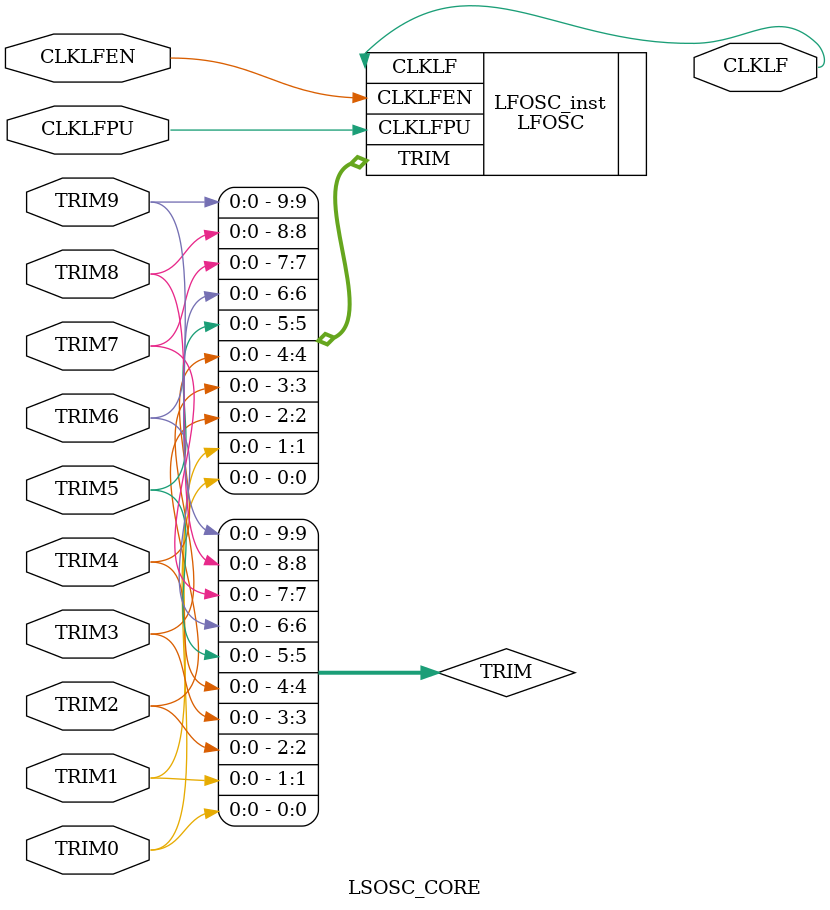
<source format=v>
`timescale 1ns/1ns
module LSOSC_CORE (CLKLFPU, CLKLFEN, TRIM9, TRIM8, TRIM7, TRIM6, TRIM5, TRIM4, TRIM3, TRIM2, TRIM1, TRIM0, CLKLF);

	//Port Type List [Expanded Bus/Bit]
	input CLKLFPU;
	input CLKLFEN;
	input TRIM9;
	input TRIM8;
	input TRIM7;
	input TRIM6;
	input TRIM5;
	input TRIM4;
	input TRIM3;
	input TRIM2;
	input TRIM1;
	input TRIM0;
	output CLKLF;


	//Assigning input IP Ports to corresponding SW bit ports [Inputs]
	wire [9:0] TRIM;
	assign TRIM = {TRIM9, TRIM8, TRIM7, TRIM6, TRIM5, TRIM4, TRIM3, TRIM2, TRIM1, TRIM0};

	//IP Ports Tied Off for Simulation
	//Attribute List
	parameter FABRIC_TRIME = "DISABLE";
	`include "convertDeviceString.v"

	LFOSC LFOSC_inst(.CLKLFPU(CLKLFPU), .CLKLFEN(CLKLFEN), .TRIM(TRIM), .CLKLF(CLKLF));
	defparam LFOSC_inst.FABRIC_TRIME = FABRIC_TRIME;


endmodule

</source>
